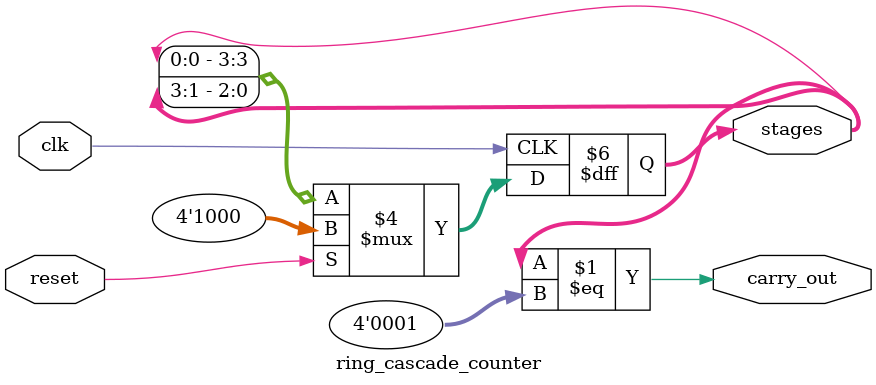
<source format=sv>
module ring_cascade_counter (
    input clk, reset,
    output reg [3:0] stages,
    output wire carry_out
);
assign carry_out = (stages == 4'b0001);
always @(posedge clk) begin
    if (reset) stages <= 4'b1000;
    else stages <= {stages[0], stages[3:1]};
end
endmodule

</source>
